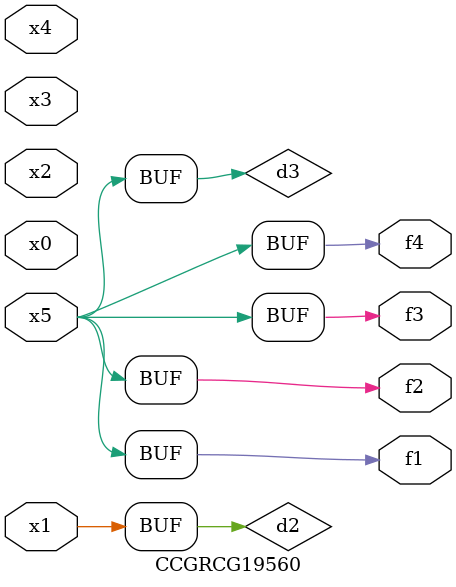
<source format=v>
module CCGRCG19560(
	input x0, x1, x2, x3, x4, x5,
	output f1, f2, f3, f4
);

	wire d1, d2, d3;

	not (d1, x5);
	or (d2, x1);
	xnor (d3, d1);
	assign f1 = d3;
	assign f2 = d3;
	assign f3 = d3;
	assign f4 = d3;
endmodule

</source>
